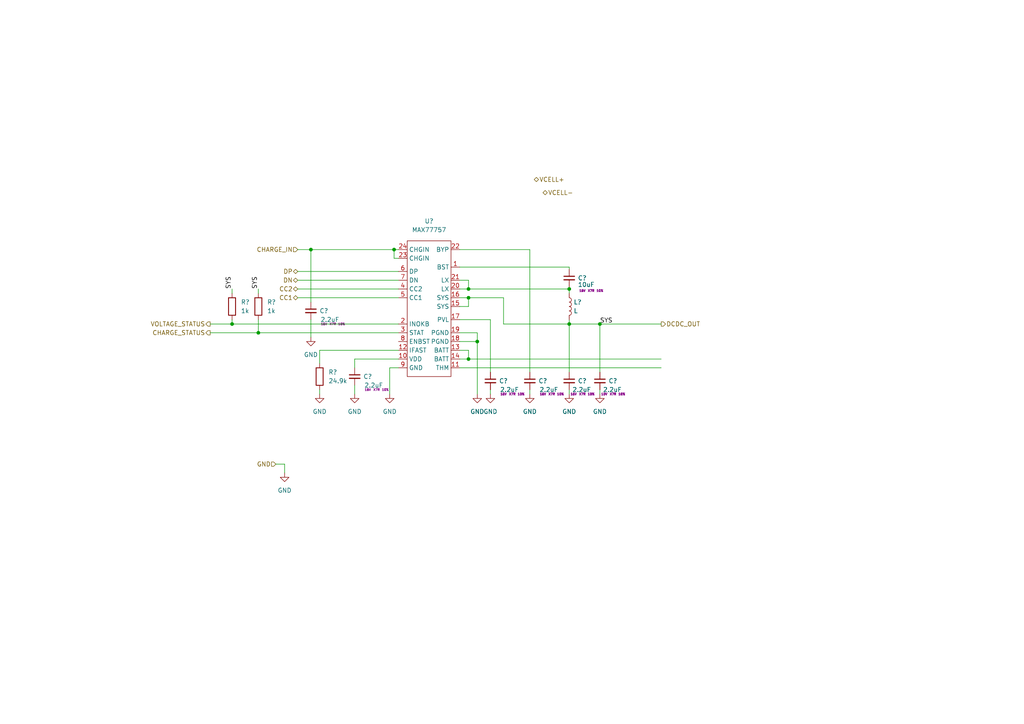
<source format=kicad_sch>
(kicad_sch (version 20211123) (generator eeschema)
  (paper "A4")
  (lib_symbols
    (symbol "314_power_management_ic:MAX77757"
      (property "Reference" "U?" (at -5.08 20.32 0))
      (property "Value" "MAX77757" (at 0 1.27 90))
      (symbol "MAX77757_0_1"
        (rectangle (start -6.35 19.05) (end 6.35 -20.32))
      )
      (symbol "MAX77757_1_1"
        (pin power_out line (at 8.89 11.43 180) (length 2.54) (name "BST") (number "1"))
        (pin power_out line (at -8.89 -15.24 0) (length 2.54) (name "VDD") (number "10"))
        (pin input line (at 8.89 -17.78 180) (length 2.54) (name "THM") (number "11"))
        (pin passive line (at -8.89 -12.7 0) (length 2.54) (name "IFAST") (number "12"))
        (pin power_out line (at 8.89 -12.7 180) (length 2.54) (name "BATT") (number "13"))
        (pin power_out line (at 8.89 -15.24 180) (length 2.54) (name "BATT") (number "14"))
        (pin power_in line (at 8.89 0 180) (length 2.54) (name "SYS") (number "15"))
        (pin power_in line (at 8.89 2.54 180) (length 2.54) (name "SYS") (number "16"))
        (pin power_out line (at 8.89 -3.81 180) (length 2.54) (name "PVL") (number "17"))
        (pin power_out line (at 8.89 -10.16 180) (length 2.54) (name "PGND") (number "18"))
        (pin power_out line (at 8.89 -7.62 180) (length 2.54) (name "PGND") (number "19"))
        (pin open_collector line (at -8.89 -5.08 0) (length 2.54) (name "INOKB") (number "2"))
        (pin bidirectional line (at 8.89 5.08 180) (length 2.54) (name "LX") (number "20"))
        (pin bidirectional line (at 8.89 7.62 180) (length 2.54) (name "LX") (number "21"))
        (pin bidirectional line (at 8.89 16.51 180) (length 2.54) (name "BYP") (number "22"))
        (pin power_in line (at -8.89 13.97 0) (length 2.54) (name "CHGIN") (number "23"))
        (pin power_in line (at -8.89 16.51 0) (length 2.54) (name "CHGIN") (number "24"))
        (pin open_collector line (at -8.89 -7.62 0) (length 2.54) (name "STAT") (number "3"))
        (pin bidirectional line (at -8.89 5.08 0) (length 2.54) (name "CC2") (number "4"))
        (pin bidirectional line (at -8.89 2.54 0) (length 2.54) (name "CC1") (number "5"))
        (pin bidirectional line (at -8.89 10.16 0) (length 2.54) (name "DP") (number "6"))
        (pin bidirectional line (at -8.89 7.62 0) (length 2.54) (name "DN") (number "7"))
        (pin input line (at -8.89 -10.16 0) (length 2.54) (name "ENBST") (number "8"))
        (pin power_out line (at -8.89 -17.78 0) (length 2.54) (name "GND") (number "9"))
      )
    )
    (symbol "Device:C_Small" (pin_numbers hide) (pin_names (offset 0.254) hide)
      (property "Reference" "C" (at 0.254 1.778 0))
      (property "Value" "C_Small" (at 0.254 -2.032 0))
      (symbol "C_Small_0_1"
        (polyline (pts (xy -1.524 -0.508) (xy 1.524 -0.508)) (stroke (width 0.3302)))
        (polyline (pts (xy -1.524 0.508) (xy 1.524 0.508)) (stroke (width 0.3048)))
      )
      (symbol "C_Small_1_1"
        (pin passive line (at 0 2.54 270) (length 2.032) (name "~") (number "1"))
        (pin passive line (at 0 -2.54 90) (length 2.032) (name "~") (number "2"))
      )
    )
    (symbol "Device:L" (pin_numbers hide) (pin_names (offset 1.016) hide)
      (property "Reference" "L" (at -1.27 0 90))
      (property "Value" "L" (at 1.905 0 90))
      (symbol "L_0_1"
        (arc (start 0 -2.54) (mid 0.635 -1.905) (end 0 -1.27))
        (arc (start 0 -1.27) (mid 0.635 -0.635) (end 0 0))
        (arc (start 0 0) (mid 0.635 0.635) (end 0 1.27))
        (arc (start 0 1.27) (mid 0.635 1.905) (end 0 2.54))
      )
      (symbol "L_1_1"
        (pin passive line (at 0 3.81 270) (length 1.27) (name "1") (number "1"))
        (pin passive line (at 0 -3.81 90) (length 1.27) (name "2") (number "2"))
      )
    )
    (symbol "Device:R" (pin_numbers hide) (pin_names (offset 0))
      (property "Reference" "R" (at 2.032 0 90))
      (property "Value" "R" (at 0 0 90))
      (symbol "R_0_1"
        (rectangle (start -1.016 -2.54) (end 1.016 2.54) (stroke (width 0.254)))
      )
      (symbol "R_1_1"
        (pin passive line (at 0 3.81 270) (length 1.27) (name "~") (number "1"))
        (pin passive line (at 0 -3.81 90) (length 1.27) (name "~") (number "2"))
      )
    )
    (symbol "power:GND" (power) (pin_names (offset 0))
      (property "Value" "GND" (at 0 -3.81 0))
      (symbol "GND_0_1"
        (polyline (pts (xy 0 0) (xy 0 -1.27) (xy 1.27 -1.27) (xy 0 -2.54) (xy -1.27 -1.27) (xy 0 -1.27)))
      )
      (symbol "GND_1_1"
        (pin power_in line (at 0 0 270) (length 0) hide (name "GND") (number "1"))
      )
    )
  )
  (junction (at 135.89 86.36))
  (junction (at 74.93 96.52))
  (junction (at 67.31 93.98))
  (junction (at 165.1 93.98))
  (junction (at 165.1 83.82))
  (junction (at 90.17 72.39))
  (junction (at 114.3 72.39))
  (junction (at 173.99 93.98))
  (junction (at 138.43 99.06))
  (junction (at 135.89 83.82))
  (junction (at 135.89 104.14))
  (wire (pts (xy 142.24 113.03) (xy 142.24 114.3)))
  (wire (pts (xy 133.35 99.06) (xy 138.43 99.06)))
  (wire (pts (xy 135.89 86.36) (xy 135.89 88.9)))
  (wire (pts (xy 114.3 72.39) (xy 115.57 72.39)))
  (wire (pts (xy 142.24 92.71) (xy 142.24 107.95)))
  (wire (pts (xy 86.36 78.74) (xy 115.57 78.74)))
  (wire (pts (xy 67.31 83.82) (xy 67.31 85.09)))
  (wire (pts (xy 133.35 72.39) (xy 153.67 72.39)))
  (wire (pts (xy 74.93 83.82) (xy 74.93 85.09)))
  (wire (pts (xy 67.31 93.98) (xy 115.57 93.98)))
  (wire (pts (xy 135.89 104.14) (xy 191.77 104.14)))
  (wire (pts (xy 135.89 86.36) (xy 146.05 86.36)))
  (wire (pts (xy 90.17 72.39) (xy 114.3 72.39)))
  (wire (pts (xy 133.35 88.9) (xy 135.89 88.9)))
  (wire (pts (xy 113.03 106.68) (xy 113.03 114.3)))
  (wire (pts (xy 114.3 72.39) (xy 114.3 74.93)))
  (wire (pts (xy 146.05 86.36) (xy 146.05 93.98)))
  (wire (pts (xy 102.87 111.76) (xy 102.87 114.3)))
  (wire (pts (xy 133.35 83.82) (xy 135.89 83.82)))
  (wire (pts (xy 133.35 77.47) (xy 165.1 77.47)))
  (wire (pts (xy 153.67 113.03) (xy 153.67 114.3)))
  (wire (pts (xy 92.71 113.03) (xy 92.71 114.3)))
  (wire (pts (xy 138.43 96.52) (xy 138.43 99.06)))
  (wire (pts (xy 138.43 99.06) (xy 138.43 114.3)))
  (wire (pts (xy 133.35 104.14) (xy 135.89 104.14)))
  (wire (pts (xy 165.1 113.03) (xy 165.1 114.3)))
  (wire (pts (xy 133.35 96.52) (xy 138.43 96.52)))
  (wire (pts (xy 102.87 104.14) (xy 102.87 106.68)))
  (wire (pts (xy 173.99 107.95) (xy 173.99 93.98)))
  (wire (pts (xy 90.17 72.39) (xy 90.17 87.63)))
  (wire (pts (xy 165.1 83.185) (xy 165.1 83.82)))
  (wire (pts (xy 92.71 101.6) (xy 115.57 101.6)))
  (wire (pts (xy 165.1 83.82) (xy 165.1 85.09)))
  (wire (pts (xy 80.01 134.62) (xy 82.55 134.62)))
  (wire (pts (xy 60.96 96.52) (xy 74.93 96.52)))
  (wire (pts (xy 74.93 96.52) (xy 74.93 92.71)))
  (wire (pts (xy 133.35 92.71) (xy 142.24 92.71)))
  (wire (pts (xy 133.35 106.68) (xy 191.77 106.68)))
  (wire (pts (xy 90.17 92.71) (xy 90.17 97.79)))
  (wire (pts (xy 173.99 93.98) (xy 191.77 93.98)))
  (wire (pts (xy 173.99 113.03) (xy 173.99 114.3)))
  (wire (pts (xy 86.36 72.39) (xy 90.17 72.39)))
  (wire (pts (xy 82.55 134.62) (xy 82.55 137.16)))
  (wire (pts (xy 67.31 92.71) (xy 67.31 93.98)))
  (wire (pts (xy 86.36 86.36) (xy 115.57 86.36)))
  (wire (pts (xy 86.36 81.28) (xy 115.57 81.28)))
  (wire (pts (xy 153.67 72.39) (xy 153.67 107.95)))
  (wire (pts (xy 115.57 96.52) (xy 74.93 96.52)))
  (wire (pts (xy 60.96 93.98) (xy 67.31 93.98)))
  (wire (pts (xy 133.35 101.6) (xy 135.89 101.6)))
  (wire (pts (xy 115.57 104.14) (xy 102.87 104.14)))
  (wire (pts (xy 135.89 83.82) (xy 135.89 81.28)))
  (wire (pts (xy 133.35 81.28) (xy 135.89 81.28)))
  (wire (pts (xy 146.05 93.98) (xy 165.1 93.98)))
  (wire (pts (xy 135.89 101.6) (xy 135.89 104.14)))
  (wire (pts (xy 133.35 86.36) (xy 135.89 86.36)))
  (wire (pts (xy 165.1 93.98) (xy 165.1 107.95)))
  (wire (pts (xy 92.71 105.41) (xy 92.71 101.6)))
  (wire (pts (xy 135.89 83.82) (xy 165.1 83.82)))
  (wire (pts (xy 86.36 83.82) (xy 115.57 83.82)))
  (wire (pts (xy 114.3 74.93) (xy 115.57 74.93)))
  (wire (pts (xy 165.1 92.71) (xy 165.1 93.98)))
  (wire (pts (xy 165.1 93.98) (xy 173.99 93.98)))
  (wire (pts (xy 165.1 77.47) (xy 165.1 78.105)))
  (wire (pts (xy 115.57 106.68) (xy 113.03 106.68)))
  (label "SYS" (at 173.99 93.98 0))
  (label "SYS" (at 74.93 83.82 90))
  (label "SYS" (at 67.31 83.82 90))
  (hierarchical_label "DN" (shape bidirectional) (at 86.36 81.28 180))
  (hierarchical_label "DP" (shape bidirectional) (at 86.36 78.74 180))
  (hierarchical_label "CHARGE_IN" (shape input) (at 86.36 72.39 180))
  (hierarchical_label "VCELL-" (shape bidirectional) (at 157.48 55.88 0))
  (hierarchical_label "GND" (shape input) (at 80.01 134.62 180))
  (hierarchical_label "DCDC_OUT" (shape output) (at 191.77 93.98 0))
  (hierarchical_label "VCELL+" (shape bidirectional) (at 154.94 52.07 0))
  (hierarchical_label "CC2" (shape bidirectional) (at 86.36 83.82 180))
  (hierarchical_label "VOLTAGE_STATUS" (shape output) (at 60.96 93.98 180))
  (hierarchical_label "CC1" (shape bidirectional) (at 86.36 86.36 180))
  (hierarchical_label "CHARGE_STATUS" (shape output) (at 60.96 96.52 180))
  (symbol (lib_id "Device:R") (at 67.31 88.9 0) (unit 1)
    (property "Reference" "R?" (at 69.85 87.6299 0) (effects (justify left)))
    (property "Value" "1k" (at 69.85 90.1699 0) (effects (justify left)))
  )
  (symbol (lib_id "Device:C_Small") (at 173.99 110.49 0) (mirror y) (unit 1)
    (property "Reference" "C?" (at 179.07 110.49 0) (effects (justify left)))
    (property "Value" "2.2uF" (at 180.34 113.03 0) (effects (justify left)))
    (property "Tolerance" "10%" (at 180.34 114.3 0) (effects (font (size 0.635 0.635))))
    (property "Type" "X7R" (at 177.8 114.3 0) (effects (font (size 0.635 0.635))))
    (property "Voltage Rating" "10V" (at 175.26 114.3 0) (effects (font (size 0.635 0.635))))
  )
  (symbol (lib_id "power:GND") (at 90.17 97.79 0) (unit 1)
    (property "Reference" "#PWR?" (effects hide))
    (property "Value" "GND" (at 90.17 102.87 0))
  )
  (symbol (lib_id "power:GND") (at 142.24 114.3 0) (unit 1)
    (property "Reference" "#PWR?" (effects hide))
    (property "Value" "GND" (at 142.24 119.38 0))
  )
  (symbol (lib_id "power:GND") (at 82.55 137.16 0) (unit 1)
    (property "Reference" "#PWR?" (effects hide))
    (property "Value" "GND" (at 82.55 142.24 0))
  )
  (symbol (lib_id "Device:C_Small") (at 165.1 80.645 0) (mirror y) (unit 1)
    (property "Reference" "C?" (at 170.18 80.645 0) (effects (justify left)))
    (property "Value" "10uF" (at 172.466 82.55 0) (effects (justify left)))
    (property "Tolerance" "10%" (at 173.99 84.328 0) (effects (font (size 0.635 0.635))))
    (property "Type" "X7R" (at 171.45 84.328 0) (effects (font (size 0.635 0.635))))
    (property "Voltage Rating" "16V" (at 168.91 84.328 0) (effects (font (size 0.635 0.635))))
  )
  (symbol (lib_id "power:GND") (at 138.43 114.3 0) (unit 1)
    (property "Reference" "#PWR?" (effects hide))
    (property "Value" "GND" (at 138.43 119.38 0))
  )
  (symbol (lib_id "power:GND") (at 92.71 114.3 0) (unit 1)
    (property "Reference" "#PWR?" (effects hide))
    (property "Value" "GND" (at 92.71 119.38 0))
  )
  (symbol (lib_id "power:GND") (at 153.67 114.3 0) (unit 1)
    (property "Reference" "#PWR?" (effects hide))
    (property "Value" "GND" (at 153.67 119.38 0))
  )
  (symbol (lib_id "power:GND") (at 113.03 114.3 0) (unit 1)
    (property "Reference" "#PWR?" (effects hide))
    (property "Value" "GND" (at 113.03 119.38 0))
  )
  (symbol (lib_id "Device:R") (at 74.93 88.9 0) (unit 1)
    (property "Reference" "R?" (at 77.47 87.6299 0) (effects (justify left)))
    (property "Value" "1k" (at 77.47 90.1699 0) (effects (justify left)))
  )
  (symbol (lib_id "Device:C_Small") (at 142.24 110.49 0) (mirror y) (unit 1)
    (property "Reference" "C?" (at 147.32 110.49 0) (effects (justify left)))
    (property "Value" "2.2uF" (at 150.495 113.03 0) (effects (justify left)))
    (property "Tolerance" "10%" (at 151.13 114.3 0) (effects (font (size 0.635 0.635))))
    (property "Type" "X7R" (at 148.59 114.3 0) (effects (font (size 0.635 0.635))))
    (property "Voltage Rating" "16V" (at 146.05 114.3 0) (effects (font (size 0.635 0.635))))
  )
  (symbol (lib_id "power:GND") (at 165.1 114.3 0) (unit 1)
    (property "Reference" "#PWR?" (effects hide))
    (property "Value" "GND" (at 165.1 119.38 0))
  )
  (symbol (lib_id "power:GND") (at 173.99 114.3 0) (unit 1)
    (property "Reference" "#PWR?" (effects hide))
    (property "Value" "GND" (at 173.99 119.38 0))
  )
  (symbol (lib_id "Device:R") (at 92.71 109.22 0) (unit 1)
    (property "Reference" "R?" (at 95.25 107.9499 0) (effects (justify left)))
    (property "Value" "24.9k" (at 95.25 110.4899 0) (effects (justify left)))
  )
  (symbol (lib_id "Device:C_Small") (at 165.1 110.49 0) (mirror y) (unit 1)
    (property "Reference" "C?" (at 170.18 110.49 0) (effects (justify left)))
    (property "Value" "2.2uF" (at 171.45 113.03 0) (effects (justify left)))
    (property "Tolerance" "10%" (at 171.45 114.3 0) (effects (font (size 0.635 0.635))))
    (property "Type" "X7R" (at 168.91 114.3 0) (effects (font (size 0.635 0.635))))
    (property "Voltage Rating" "16V" (at 166.37 114.3 0) (effects (font (size 0.635 0.635))))
  )
  (symbol (lib_id "Device:L") (at 165.1 88.9 0) (unit 1)
    (property "Reference" "L?" (at 166.37 87.6299 0) (effects (justify left)))
    (property "Value" "L" (at 166.37 90.1699 0) (effects (justify left)))
  )
  (symbol (lib_id "Device:C_Small") (at 90.17 90.17 0) (mirror y) (unit 1)
    (property "Reference" "C?" (at 95.25 90.17 0) (effects (justify left)))
    (property "Value" "2.2uF" (at 98.425 92.71 0) (effects (justify left)))
    (property "Tolerance" "10%" (at 99.06 93.98 0) (effects (font (size 0.635 0.635))))
    (property "Type" "X7R" (at 96.52 93.98 0) (effects (font (size 0.635 0.635))))
    (property "Voltage Rating" "16V" (at 93.98 93.98 0) (effects (font (size 0.635 0.635))))
  )
  (symbol (lib_id "Device:C_Small") (at 153.67 110.49 0) (mirror y) (unit 1)
    (property "Reference" "C?" (at 158.75 110.49 0) (effects (justify left)))
    (property "Value" "2.2uF" (at 161.925 113.03 0) (effects (justify left)))
    (property "Tolerance" "10%" (at 162.56 114.3 0) (effects (font (size 0.635 0.635))))
    (property "Type" "X7R" (at 160.02 114.3 0) (effects (font (size 0.635 0.635))))
    (property "Voltage Rating" "16V" (at 157.48 114.3 0) (effects (font (size 0.635 0.635))))
  )
  (symbol (lib_id "Device:C_Small") (at 102.87 109.22 0) (mirror y) (unit 1)
    (property "Reference" "C?" (at 107.95 109.22 0) (effects (justify left)))
    (property "Value" "2.2uF" (at 111.125 111.76 0) (effects (justify left)))
    (property "Tolerance" "10%" (at 111.76 113.03 0) (effects (font (size 0.635 0.635))))
    (property "Type" "X7R" (at 109.22 113.03 0) (effects (font (size 0.635 0.635))))
    (property "Voltage Rating" "16V" (at 106.68 113.03 0) (effects (font (size 0.635 0.635))))
  )
  (symbol (lib_id "314_power_management_ic:MAX77757") (at 124.46 88.9 0) (unit 1)
    (property "Reference" "U?" (at 124.46 64.135 0))
    (property "Value" "MAX77757" (at 124.46 66.675 0))
    (property "Footprint" "314_PMIC:FC2QFN-24_3x3mm_P0.4mm" (effects hide))
  )
  (symbol (lib_id "power:GND") (at 102.87 114.3 0) (unit 1)
    (property "Reference" "#PWR?" (effects hide))
    (property "Value" "GND" (at 102.87 119.38 0))
  )
)
</source>
